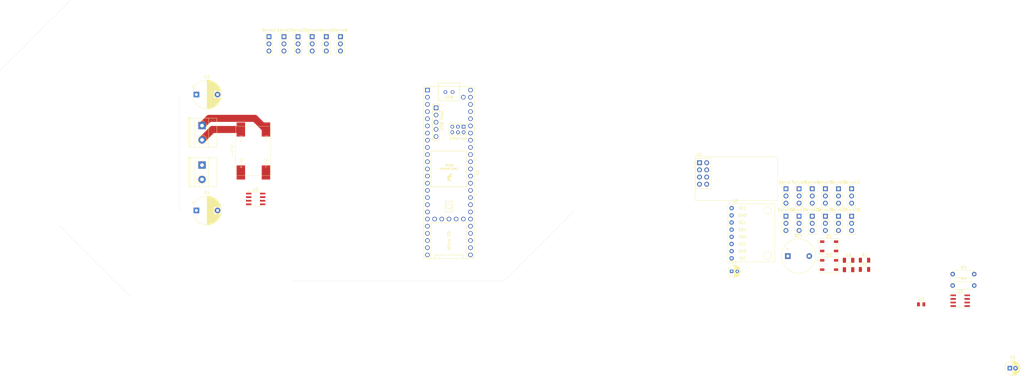
<source format=kicad_pcb>
(kicad_pcb (version 20240108) (generator "pcbnew") (generator_version "8.0")
  (layers (0 "F.Cu" signal "Signal") (1 "In1.Cu" power "Ground") (2 "In2.Cu" power "Power") (31 "B.Cu" signal "Back") (34 "B.Paste" user) (35 "F.Paste" user) (36 "B.SilkS" user "B.Silkscreen") (37 "F.SilkS" user "F.Silkscreen") (38 "B.Mask" user) (39 "F.Mask" user) (44 "Edge.Cuts" user))
  (net 0 "")
  (net 1 "GND")
  (net 2 "VIN")
  (net 3 "Buzzer")
  (net 4 "+5V")
  (net 6 "LED1")
  (net 8 "LED2")
  (net 9 "SDA")
  (net 10 "+3.3V")
  (net 11 "SCL")
  (net 12 "S1")
  (net 13 "S7")
  (net 14 "S13")
  (net 15 "S2")
  (net 16 "S8")
  (net 17 "S14")
  (net 18 "S3")
  (net 19 "S9")
  (net 20 "S15")
  (net 21 "S4")
  (net 22 "S10")
  (net 23 "S16")
  (net 24 "S5")
  (net 25 "S11")
  (net 26 "S17")
  (net 27 "S6")
  (net 28 "S12")
  (net 29 "S18")
  (net 30 "MISO")
  (net 32 "CSN")
  (net 33 "SCK")
  (net 34 "MOSI")
  (net 43 "VD Reading")
  (net 44 "Current Reading")
  (net 51 "CE")
  (net 55 "Net-(U5-IP--Pad3)")
  (net 57 "Net-(U5-IP+-Pad1)")
  (net 61 "Net-(U3-FILTER)")
  (footprint "Connector_PinHeader_2.54mm:PinHeader_1x03_P2.54mm_Vertical" (layer "F.Cu") (at 307.9875 102.41)
    (property "Reference" "Servo12" (at 0 -2.33 0) (layer "F.SilkS"))
    (property "Value" "Conn_01x03_Pin")
    (pad "1" thru_hole rect (at 0 0) (size 1.7 1.7) (drill 1) (layers "*.Cu" "*.Mask") (net 1 "GND"))
    (pad "2" thru_hole oval (at 0 2.54) (size 1.7 1.7) (drill 1) (layers "*.Cu" "*.Mask") (net 2 "VIN"))
    (pad "3" thru_hole oval (at 0 5.08) (size 1.7 1.7) (drill 1) (layers "*.Cu" "*.Mask") (net 23 "S16"))
  )
  (footprint "Connector_PinHeader_2.54mm:PinHeader_1x03_P2.54mm_Vertical" (layer "F.Cu") (at 117 48.475)
    (property "Reference" "Servo4" (at 0 -2.33 0) (layer "F.SilkS"))
    (property "Value" "Conn_01x03_Pin" (hide yes))
    (pad "1" thru_hole rect (at 0 0) (size 1.7 1.7) (drill 1) (layers "*.Cu" "*.Mask") (net 1 "GND"))
    (pad "2" thru_hole oval (at 0 2.54) (size 1.7 1.7) (drill 1) (layers "*.Cu" "*.Mask") (net 2 "VIN"))
    (pad "3" thru_hole oval (at 0 5.08) (size 1.7 1.7) (drill 1) (layers "*.Cu" "*.Mask") (net 15 "S2"))
  )
  (footprint "Connector_PinHeader_2.54mm:PinHeader_1x03_P2.54mm_Vertical" (layer "F.Cu") (at 289.3875 112.11)
    (property "Reference" "Servo14" (at 0 -2.33 0) (layer "F.SilkS"))
    (property "Value" "Conn_01x03_Pin")
    (pad "1" thru_hole rect (at 0 0) (size 1.7 1.7) (drill 1) (layers "*.Cu" "*.Mask") (net 1 "GND"))
    (pad "2" thru_hole oval (at 0 2.54) (size 1.7 1.7) (drill 1) (layers "*.Cu" "*.Mask") (net 2 "VIN"))
    (pad "3" thru_hole oval (at 0 5.08) (size 1.7 1.7) (drill 1) (layers "*.Cu" "*.Mask") (net 25 "S11"))
  )
  (footprint "Connector_PinHeader_2.54mm:PinHeader_1x03_P2.54mm_Vertical" (layer "F.Cu") (at 294.0375 102.41)
    (property "Reference" "Servo9" (at 0 -2.33 0) (layer "F.SilkS"))
    (property "Value" "Conn_01x03_Pin")
    (pad "1" thru_hole rect (at 0 0) (size 1.7 1.7) (drill 1) (layers "*.Cu" "*.Mask") (net 1 "GND"))
    (pad "2" thru_hole oval (at 0 2.54) (size 1.7 1.7) (drill 1) (layers "*.Cu" "*.Mask") (net 2 "VIN"))
    (pad "3" thru_hole oval (at 0 5.08) (size 1.7 1.7) (drill 1) (layers "*.Cu" "*.Mask") (net 20 "S15"))
  )
  (footprint "Buzzer_Beeper:Buzzer_12x9.5RM7.6" (layer "F.Cu") (at 285.3875 126.26)
    (property "Reference" "BZ1" (at 3.8 -7.2 0) (layer "F.SilkS"))
    (property "Value" "Buzzer")
    (fp_text user "+" (at -0.01 -2.54 0) (layer "F.SilkS"))
    (pad "1" thru_hole rect (at 0 0) (size 2 2) (drill 1) (layers "*.Cu" "*.Mask") (net 3 "Buzzer"))
    (pad "2" thru_hole circle (at 7.6 0) (size 2 2) (drill 1) (layers "*.Cu" "*.Mask") (net 1 "GND"))
  )
  (footprint "Arduino Library:Buck Converter 5V MP1584EN" (layer "F.Cu") (at 87.934 89 -90)
    (property "Reference" "REF**" (at 0 -0.5 -90) (layer "F.SilkS") (effects (font (thickness 0.1))))
    (property "Value" "Buck Converter 5V MP1584EN")
    (fp_text user "Out-" (at 2.408183 -12.107308 -90) (layer "F.SilkS") (effects (font (thickness 0.1)) (justify left bottom)))
    (fp_text user "In+" (at -5.648261 -3.351351 -90) (layer "F.SilkS") (effects (font (thickness 0.1)) (justify left bottom)))
    (fp_text user "In-" (at -5.648261 -12.227914 -90) (layer "F.SilkS") (effects (font (thickness 0.1)) (justify left bottom)))
    (fp_text user "Out+" (at 2.480546 -3.375472 -90) (layer "F.SilkS") (effects (font (thickness 0.1)) (justify left bottom)))
    (pad "1" connect rect (at -7.62 -3.81 90) (size 5 3) (layers "F.Cu" "F.Mask") (net 2 "VIN"))
    (pad "2" connect rect (at -7.62 -12.7 90) (size 5 3) (layers "F.Cu" "F.Mask") (net 1 "GND"))
    (pad "3" connect rect (at 7.62 -3.81 90) (size 5 3) (layers "F.Cu" "F.Mask") (net 4 "+5V"))
    (pad "4" connect rect (at 7.62 -12.7 90) (size 5 3) (layers "F.Cu" "F.Mask") (net 1 "GND"))
  )
  (footprint "TerminalBlock_Phoenix:TerminalBlock_Phoenix_MKDS-1,5-2-5.08_1x02_P5.08mm_Horizontal" (layer "F.Cu") (at 78 80 -90)
    (property "Reference" "J1" (hide yes))
    (property "Value" "Battery" (hide yes))
    (pad "1" thru_hole rect (at 0 0 270) (size 2.6 2.6) (drill 1.3) (layers "*.Cu" "*.Mask") (net 1 "GND"))
    (pad "2" thru_hole circle (at 5.08 0 270) (size 2.6 2.6) (drill 1.3) (layers "*.Cu" "*.Mask") (net 2 "VIN"))
  )
  (footprint "LED_SMD:LED_WS2812B_PLCC4_5.0x5.0mm_P3.2mm" (layer "F.Cu") (at 300.0225 129.415)
    (property "Reference" "D2" (at 0 -3.5 0) (layer "F.SilkS"))
    (property "Value" "WS2812B")
    (fp_text user "1" (at -4 -1.6 0) (layer "F.SilkS") (effects (font (size 0.8 0.8))))
    (pad "1" smd roundrect (at -2.45 -1.65) (size 1.5 0.9) (layers "F.Cu" "F.Paste" "F.Mask") (roundrect_rratio 0.1) (net 4 "+5V"))
    (pad "2" smd roundrect (at -2.45 1.65) (size 1.5 0.9) (layers "F.Cu" "F.Paste" "F.Mask") (roundrect_rratio 0.1))
    (pad "3" smd roundrect (at 2.45 1.65) (size 1.5 0.9) (layers "F.Cu" "F.Paste" "F.Mask") (roundrect_rratio 0.1) (net 1 "GND"))
    (pad "4" smd roundrect (at 2.45 -1.65) (size 1.5 0.9) (layers "F.Cu" "F.Paste" "F.Mask") (roundrect_rratio 0.1) (net 8 "LED2"))
  )
  (footprint "Resistor_THT:R_Axial_DIN0207_L6.3mm_D2.5mm_P7.62mm_Horizontal" (layer "F.Cu") (at 343.760225 136.7)
    (property "Reference" "R4" (at 3.81 -2.37 0) (layer "F.SilkS"))
    (property "Value" "100kΩ")
    (pad "1" thru_hole circle (at 0 0) (size 1.6 1.6) (drill 0.8) (layers "*.Cu" "*.Mask") (net 43 "VD Reading"))
    (pad "2" thru_hole oval (at 7.62 0) (size 1.6 1.6) (drill 0.8) (layers "*.Cu" "*.Mask") (net 2 "VIN"))
  )
  (footprint "Capacitor_SMD:C_1206_3216Metric" (layer "F.Cu") (at 306.9075 131.09)
    (property "Reference" "C7" (at 0 -1.85 0) (layer "F.SilkS"))
    (property "Value" "104 0.1μF")
    (pad "1" smd roundrect (at -1.475 0) (size 1.15 1.8) (layers "F.Cu" "F.Paste" "F.Mask") (roundrect_rratio 0.217391) (net 4 "+5V"))
    (pad "2" smd roundrect (at 1.475 0) (size 1.15 1.8) (layers "F.Cu" "F.Paste" "F.Mask") (roundrect_rratio 0.217391) (net 1 "GND"))
  )
  (footprint "Connector_PinHeader_2.54mm:PinHeader_1x03_P2.54mm_Vertical" (layer "F.Cu") (at 101.7 48.475)
    (property "Reference" "Servo1" (at 0 -2.33 0) (layer "F.SilkS"))
    (property "Value" "Conn_01x03_Pin" (hide yes))
    (pad "1" thru_hole rect (at 0 0) (size 1.7 1.7) (drill 1) (layers "*.Cu" "*.Mask") (net 1 "GND"))
    (pad "2" thru_hole oval (at 0 2.54) (size 1.7 1.7) (drill 1) (layers "*.Cu" "*.Mask") (net 2 "VIN"))
    (pad "3" thru_hole oval (at 0 5.08) (size 1.7 1.7) (drill 1) (layers "*.Cu" "*.Mask") (net 12 "S1"))
  )
  (footprint "Capacitor_THT:CP_Radial_D10.0mm_P7.50mm" (layer "F.Cu") (at 76 110.08)
    (property "Reference" "C4" (at 3.75 -6.25 0) (layer "F.SilkS"))
    (property "Value" "16V 1mF")
    (pad "1" thru_hole rect (at 0 0) (size 2 2) (drill 1) (layers "*.Cu" "*.Mask") (net 2 "VIN"))
    (pad "2" thru_hole circle (at 7.5 0) (size 2 2) (drill 1) (layers "*.Cu" "*.Mask") (net 1 "GND"))
  )
  (footprint "Resistor_SMD:R_1206_3216Metric" (layer "F.Cu") (at 312.5375 127.71)
    (property "Reference" "R1" (at 0 -1.82 0) (layer "F.SilkS"))
    (property "Value" "4.7kΩ")
    (pad "1" smd roundrect (at -1.4625 0) (size 1.125 1.75) (layers "F.Cu" "F.Paste" "F.Mask") (roundrect_rratio 0.222222) (net 10 "+3.3V"))
    (pad "2" smd roundrect (at 1.4625 0) (size 1.125 1.75) (layers "F.Cu" "F.Paste" "F.Mask") (roundrect_rratio 0.222222) (net 9 "SDA"))
  )
  (footprint "Connector_PinHeader_2.54mm:PinHeader_1x03_P2.54mm_Vertical" (layer "F.Cu") (at 298.6875 102.41)
    (property "Reference" "Servo10" (at 0 -2.33 0) (layer "F.SilkS"))
    (property "Value" "Conn_01x03_Pin")
    (pad "1" thru_hole rect (at 0 0) (size 1.7 1.7) (drill 1) (layers "*.Cu" "*.Mask") (net 1 "GND"))
    (pad "2" thru_hole oval (at 0 2.54) (size 1.7 1.7) (drill 1) (layers "*.Cu" "*.Mask") (net 2 "VIN"))
    (pad "3" thru_hole oval (at 0 5.08) (size 1.7 1.7) (drill 1) (layers "*.Cu" "*.Mask") (net 21 "S4"))
  )
  (footprint "Connector_PinHeader_2.54mm:PinHeader_1x03_P2.54mm_Vertical" (layer "F.Cu") (at 107 48.475)
    (property "Reference" "Servo2" (at 0 -2.33 0) (layer "F.SilkS"))
    (property "Value" "Conn_01x03_Pin" (hide yes))
    (pad "1" thru_hole rect (at 0 0) (size 1.7 1.7) (drill 1) (layers "*.Cu" "*.Mask") (net 1 "GND"))
    (pad "2" thru_hole oval (at 0 2.54) (size 1.7 1.7) (drill 1) (layers "*.Cu" "*.Mask") (net 2 "VIN"))
    (pad "3" thru_hole oval (at 0 5.08) (size 1.7 1.7) (drill 1) (layers "*.Cu" "*.Mask") (net 13 "S7"))
  )
  (footprint "Connector_PinHeader_2.54mm:PinHeader_1x03_P2.54mm_Vertical" (layer "F.Cu") (at 284.7375 112.11)
    (property "Reference" "Servo13" (at 0 -2.33 0) (layer "F.SilkS"))
    (property "Value" "Conn_01x03_Pin")
    (pad "1" thru_hole rect (at 0 0) (size 1.7 1.7) (drill 1) (layers "*.Cu" "*.Mask") (net 1 "GND"))
    (pad "2" thru_hole oval (at 0 2.54) (size 1.7 1.7) (drill 1) (layers "*.Cu" "*.Mask") (net 2 "VIN"))
    (pad "3" thru_hole oval (at 0 5.08) (size 1.7 1.7) (drill 1) (layers "*.Cu" "*.Mask") (net 24 "S5"))
  )
  (footprint "Package_SO:SOIC-8_3.9x4.9mm_P1.27mm" (layer "F.Cu") (at 346.410225 142.08)
    (property "Reference" "U3" (at 0 -3.4 0) (layer "F.SilkS"))
    (property "Value" "ACS712xLCTR-05B")
    (pad "1" smd roundrect (at -2.475 -1.905) (size 1.95 0.6) (layers "F.Cu" "F.Paste" "F.Mask") (net 2 "VIN"))
    (pad "2" smd roundrect (at -2.475 -0.635) (size 1.95 0.6) (layers "F.Cu" "F.Paste" "F.Mask") (net 2 "VIN"))
    (pad "3" smd roundrect (at -2.475 0.635) (size 1.95 0.6) (layers "F.Cu" "F.Paste" "F.Mask") (net 2 "VIN"))
    (pad "4" smd roundrect (at -2.475 1.905) (size 1.95 0.6) (layers "F.Cu" "F.Paste" "F.Mask") (net 2 "VIN"))
    (pad "5" smd roundrect (at 2.475 1.905) (size 1.95 0.6) (layers "F.Cu" "F.Paste" "F.Mask") (net 1 "GND"))
    (pad "6" smd roundrect (at 2.475 0.635) (size 1.95 0.6) (layers "F.Cu" "F.Paste" "F.Mask") (net 61 "Net-(U3-FILTER)"))
    (pad "7" smd roundrect (at 2.475 -0.635) (size 1.95 0.6) (layers "F.Cu" "F.Paste" "F.Mask") (net 44 "Current Reading"))
    (pad "8" smd roundrect (at 2.475 -1.905) (size 1.95 0.6) (layers "F.Cu" "F.Paste" "F.Mask") (net 4 "+5V"))
  )
  (footprint "Connector_PinHeader_2.54mm:PinHeader_1x03_P2.54mm_Vertical" (layer "F.Cu") (at 289.3875 102.41)
    (property "Reference" "Servo8" (at 0 -2.33 0) (layer "F.SilkS"))
    (property "Value" "Conn_01x03_Pin")
    (pad "1" thru_hole rect (at 0 0) (size 1.7 1.7) (drill 1) (layers "*.Cu" "*.Mask") (net 1 "GND"))
    (pad "2" thru_hole oval (at 0 2.54) (size 1.7 1.7) (drill 1) (layers "*.Cu" "*.Mask") (net 2 "VIN"))
    (pad "3" thru_hole oval (at 0 5.08) (size 1.7 1.7) (drill 1) (layers "*.Cu" "*.Mask") (net 19 "S9"))
  )
  (footprint "usini_sensors:module_mpu6050" (layer "F.Cu") (at 265.4925 127.049)
    (property "Reference" "U2" (at 1.27 -20.32 0) (layer "F.SilkS"))
    (property "Value" "MPU6050")
    (fp_text user "XCL" (at 3.81 -5.08 0) (layer "F.SilkS"))
    (fp_text user "VCC" (at 3.81 -17.78 0) (layer "F.SilkS"))
    (fp_text user "XDA" (at 3.81 -7.62 0) (layer "F.SilkS"))
    (fp_text user "SDA" (at 3.81 -10.16 0) (layer "F.SilkS"))
    (fp_text user "ADD" (at 3.81 -2.54 0) (layer "F.SilkS"))
    (fp_text user "SCL" (at 3.81 -12.7 0) (layer "F.SilkS"))
    (fp_text user "GND" (at 3.81 -15.24 0) (layer "F.SilkS"))
    (fp_text user "INT" (at 3.81 0 0) (layer "F.SilkS"))
    (pad "1" thru_hole circle (at 0 -17.78) (size 1.524 1.524) (drill 0.762) (layers "*.Cu" "*.Mask") (net 10 "+3.3V"))
    (pad "2" thru_hole circle (at 0 -15.24) (size 1.524 1.524) (drill 0.762) (layers "*.Cu" "*.Mask") (net 1 "GND"))
    (pad "3" thru_hole circle (at 0 -12.7) (size 1.524 1.524) (drill 0.762) (layers "*.Cu" "*.Mask") (net 11 "SCL"))
    (pad "4" thru_hole circle (at 0 -10.16) (size 1.524 1.524) (drill 0.762) (layers "*.Cu" "*.Mask") (net 9 "SDA"))
    (pad "5" thru_hole circle (at 0 -7.62) (size 1.524 1.524) (drill 0.762) (layers "*.Cu" "*.Mask"))
    (pad "6" thru_hole circle (at 0 -5.08) (size 1.524 1.524) (drill 0.762) (layers "*.Cu" "*.Mask"))
    (pad "7" thru_hole circle (at 0 -2.54) (size 1.524 1.524) (drill 0.762) (layers "*.Cu" "*.Mask"))
    (pad "8" thru_hole circle (at 0 0) (size 1.524 1.524) (drill 0.762) (layers "*.Cu" "*.Mask"))
  )
  (footprint "Capacitor_SMD:C_0805_2012Metric" (layer "F.Cu") (at 332.600225 143.37)
    (property "Reference" "C3" (at 0 -1.68 0) (layer "F.SilkS"))
    (property "Value" "102 1nf")
    (pad "1" smd roundrect (at -0.95 0) (size 1 1.45) (layers "F.Cu" "F.Paste" "F.Mask") (net 61 "Net-(U3-FILTER)"))
    (pad "2" smd roundrect (at 0.95 0) (size 1 1.45) (layers "F.Cu" "F.Paste" "F.Mask") (net 1 "GND"))
  )
  (footprint "Connector_PinHeader_2.54mm:PinHeader_1x03_P2.54mm_Vertical" (layer "F.Cu") (at 112 48.475)
    (property "Reference" "Servo3" (at 0 -2.33 0) (layer "F.SilkS"))
    (property "Value" "Conn_01x03_Pin" (hide yes))
    (pad "1" thru_hole rect (at 0 0) (size 1.7 1.7) (drill 1) (layers "*.Cu" "*.Mask") (net 1 "GND"))
    (pad "2" thru_hole oval (at 0 2.54) (size 1.7 1.7) (drill 1) (layers "*.Cu" "*.Mask") (net 2 "VIN"))
    (pad "3" thru_hole oval (at 0 5.08) (size 1.7 1.7) (drill 1) (layers "*.Cu" "*.Mask") (net 14 "S13"))
  )
  (footprint "Connector_PinHeader_2.54mm:PinHeader_1x03_P2.54mm_Vertical" (layer "F.Cu") (at 127 48.475)
    (property "Reference" "Servo6" (at 0 -2.33 0) (layer "F.SilkS"))
    (property "Value" "Conn_01x03_Pin" (hide yes))
    (pad "1" thru_hole rect (at 0 0) (size 1.7 1.7) (drill 1) (layers "*.Cu" "*.Mask") (net 1 "GND"))
    (pad "2" thru_hole oval (at 0 2.54) (size 1.7 1.7) (drill 1) (layers "*.Cu" "*.Mask") (net 2 "VIN"))
    (pad "3" thru_hole oval (at 0 5.08) (size 1.7 1.7) (drill 1) (layers "*.Cu" "*.Mask") (net 17 "S14"))
  )
  (footprint "Connector_PinHeader_2.54mm:PinHeader_1x03_P2.54mm_Vertical" (layer "F.Cu") (at 298.6875 112.11)
    (property "Reference" "Servo16" (at 0 -2.33 0) (layer "F.SilkS"))
    (property "Value" "Conn_01x03_Pin")
    (pad "1" thru_hole rect (at 0 0) (size 1.7 1.7) (drill 1) (layers "*.Cu" "*.Mask") (net 1 "GND"))
    (pad "2" thru_hole oval (at 0 2.54) (size 1.7 1.7) (drill 1) (layers "*.Cu" "*.Mask") (net 2 "VIN"))
    (pad "3" thru_hole oval (at 0 5.08) (size 1.7 1.7) (drill 1) (layers "*.Cu" "*.Mask") (net 27 "S6"))
  )
  (footprint "Connector_PinHeader_2.54mm:PinHeader_1x03_P2.54mm_Vertical" (layer "F.Cu") (at 284.7375 102.41)
    (property "Reference" "Servo7" (at 0 -2.33 0) (layer "F.SilkS"))
    (property "Value" "Conn_01x03_Pin")
    (pad "1" thru_hole rect (at 0 0) (size 1.7 1.7) (drill 1) (layers "*.Cu" "*.Mask") (net 1 "GND"))
    (pad "2" thru_hole oval (at 0 2.54) (size 1.7 1.7) (drill 1) (layers "*.Cu" "*.Mask") (net 2 "VIN"))
    (pad "3" thru_hole oval (at 0 5.08) (size 1.7 1.7) (drill 1) (layers "*.Cu" "*.Mask") (net 18 "S3"))
  )
  (footprint "Connector_PinHeader_2.54mm:PinHeader_1x03_P2.54mm_Vertical" (layer "F.Cu") (at 122 48.475)
    (property "Reference" "Servo5" (at 0 -2.33 0) (layer "F.SilkS"))
    (property "Value" "Conn_01x03_Pin" (hide yes))
    (pad "1" thru_hole rect (at 0 0) (size 1.7 1.7) (drill 1) (layers "*.Cu" "*.Mask") (net 1 "GND"))
    (pad "2" thru_hole oval (at 0 2.54) (size 1.7 1.7) (drill 1) (layers "*.Cu" "*.Mask") (net 2 "VIN"))
    (pad "3" thru_hole oval (at 0 5.08) (size 1.7 1.7) (drill 1) (layers "*.Cu" "*.Mask") (net 16 "S8"))
  )
  (footprint "teensy:Teensy41" (layer "F.Cu") (at 165.43 96.62 -90)
    (property "Reference" "U4" (at 0 -10.16 90) (layer "F.SilkS"))
    (property "Value" "Teensy 4.1")
    (fp_text user "Ethernet" (at -12.065 -3.2766 0) (layer "F.SilkS"))
    (fp_text user "Micro SD" (at 24.13 0 90) (layer "F.SilkS"))
    (fp_text user "DVJ6A" (at -2.54 -0.18 360) (layer "F.SilkS") (effects (font (size 0.7 0.7))))
    (fp_text user "USB" (at -26.67 0 360) (layer "F.SilkS"))
    (fp_text user "USB Host" (at -18.4658 2.4892 90) (layer "F.SilkS"))
    (fp_text user "MIMXRT1062" (at -1.27 0 360) (layer "F.SilkS") (effects (font (size 0.7 0.7))))
    (pad "1" thru_hole rect (at -29.21 7.62 270) (size 1.6 1.6) (drill 1.1) (layers "*.Cu" "*.Mask") (net 15 "S2"))
    (pad "2" thru_hole circle (at -26.67 7.62 270) (size 1.6 1.6) (drill 1.1) (layers "*.Cu" "*.Mask") (net 18 "S3"))
    (pad "3" thru_hole circle (at -24.13 7.62 270) (size 1.6 1.6) (drill 1.1) (layers "*.Cu" "*.Mask") (net 21 "S4"))
    (pad "4" thru_hole circle (at -21.59 7.62 270) (size 1.6 1.6) (drill 1.1) (layers "*.Cu" "*.Mask") (net 24 "S5"))
    (pad "5" thru_hole circle (at -19.05 7.62 270) (size 1.6 1.6) (drill 1.1) (layers "*.Cu" "*.Mask") (net 27 "S6"))
    (pad "6" thru_hole circle (at -16.51 7.62 270) (size 1.6 1.6) (drill 1.1) (layers "*.Cu" "*.Mask") (net 13 "S7"))
    (pad "7" thru_hole circle (at -13.97 7.62 270) (size 1.6 1.6) (drill 1.1) (layers "*.Cu" "*.Mask") (net 16 "S8"))
    (pad "8" thru_hole circle (at -11.43 7.62 270) (size 1.6 1.6) (drill 1.1) (layers "*.Cu" "*.Mask") (net 19 "S9"))
    (pad "9" thru_hole circle (at -8.89 7.62 270) (size 1.6 1.6) (drill 1.1) (layers "*.Cu" "*.Mask") (net 22 "S10"))
    (pad "10" thru_hole circle (at -6.35 7.62 270) (size 1.6 1.6) (drill 1.1) (layers "*.Cu" "*.Mask") (net 6 "LED1"))
    (pad "11" thru_hole circle (at -3.81 7.62 270) (size 1.6 1.6) (drill 1.1) (layers "*.Cu" "*.Mask") (net 34 "MOSI"))
    (pad "12" thru_hole circle (at -1.27 7.62 270) (size 1.6 1.6) (drill 1.1) (layers "*.Cu" "*.Mask") (net 30 "MISO"))
    (pad "13" thru_hole circle (at 1.27 7.62 270) (size 1.6 1.6) (drill 1.1) (layers "*.Cu" "*.Mask") (net 33 "SCK"))
    (pad "14" thru_hole circle (at 3.81 7.62 270) (size 1.6 1.6) (drill 1.1) (layers "*.Cu" "*.Mask") (net 23 "S16"))
    (pad "15" thru_hole circle (at 6.35 7.62 270) (size 1.6 1.6) (drill 1.1) (layers "*.Cu" "*.Mask") (net 20 "S15"))
    (pad "16" thru_hole circle (at 8.89 7.62 270) (size 1.6 1.6) (drill 1.1) (layers "*.Cu" "*.Mask") (net 44 "Current Reading"))
    (pad "17" thru_hole circle (at 11.43 7.62 270) (size 1.6 1.6) (drill 1.1) (layers "*.Cu" "*.Mask") (net 3 "Buzzer"))
    (pad "18" thru_hole circle (at 13.97 7.62 270) (size 1.6 1.6) (drill 1.1) (layers "*.Cu" "*.Mask") (net 9 "SDA"))
    (pad "19" thru_hole circle (at 16.51 7.62 270) (size 1.6 1.6) (drill 1.1) (layers "*.Cu" "*.Mask") (net 11 "SCL"))
    (pad "20" thru_hole circle (at 19.05 7.62 270) (size 1.6 1.6) (drill 1.1) (layers "*.Cu" "*.Mask") (net 43 "VD Reading"))
    (pad "21" thru_hole circle (at 21.59 7.62 270) (size 1.6 1.6) (drill 1.1) (layers "*.Cu" "*.Mask"))
    (pad "22" thru_hole circle (at 24.13 7.62 270) (size 1.6 1.6) (drill 1.1) (layers "*.Cu" "*.Mask") (net 14 "S13"))
    (pad "23" thru_hole circle (at 26.67 7.62 270) (size 1.6 1.6) (drill 1.1) (layers "*.Cu" "*.Mask") (net 17 "S14"))
    (pad "24" thru_hole circle (at 29.21 7.62 270) (size 1.6 1.6) (drill 1.1) (layers "*.Cu" "*.Mask") (net 25 "S11"))
    (pad "25" thru_hole circle (at 29.21 -7.62 270) (size 1.6 1.6) (drill 1.1) (layers "*.Cu" "*.Mask") (net 28 "S12"))
    (pad "26" thru_hole circle (at 26.67 -7.62 270) (size 1.6 1.6) (drill 1.1) (layers "*.Cu" "*.Mask") (net 51 "CE"))
    (pad "27" thru_hole circle (at 24.13 -7.62 270) (size 1.6 1.6) (drill 1.1) (layers "*.Cu" "*.Mask") (net 32 "CSN"))
    (pad "28" thru_hole circle (at 21.59 -7.62 270) (size 1.6 1.6) (drill 1.1) (layers "*.Cu" "*.Mask"))
    (pad "29" thru_hole circle (at 19.05 -7.62 270) (size 1.6 1.6) (drill 1.1) (layers "*.Cu" "*.Mask"))
    (pad "30" thru_hole circle (at 16.51 -7.62 270) (size 1.6 1.6) (drill 1.1) (layers "*.Cu" "*.Mask"))
    (pad "31" thru_hole circle (at 13.97 -7.62 270) (size 1.6 1.6) (drill 1.1) (layers "*.Cu" "*.Mask"))
    (pad "32" thru_hole circle (at 11.43 -7.62 270) (size 1.6 1.6) (drill 1.1) (layers "*.Cu" "*.Mask"))
    (pad "33" thru_hole circle (at 8.89 -7.62 270) (size 1.6 1.6) (drill 1.1) (layers "*.Cu" "*.Mask") (net 8 "LED2"))
    (pad "34" thru_hole circle (at 6.35 -7.62 270) (size 1.6 1.6) (drill 1.1) (layers "*.Cu" "*.Mask"))
    (pad "35" thru_hole circle (at 3.81 -7.62 270) (size 1.6 1.6) (drill 1.1) (layers "*.Cu" "*.Mask"))
    (pad "36" thru_hole circle (at 1.27 -7.62 270) (size 1.6 1.6) (drill 1.1) (layers "*.Cu" "*.Mask") (net 26 "S17"))
    (pad "37" thru_hole circle (at -1.27 -7.62 270) (size 1.6 1.6) (drill 1.1) (layers "*.Cu" "*.Mask") (net 29 "S18"))
    (pad "38" thru_hole circle (at -3.81 -7.62 270) (size 1.6 1.6) (drill 1.1) (layers "*.Cu" "*.Mask"))
    (pad "39" thru_hole circle (at -6.35 -7.62 270) (size 1.6 1.6) (drill 1.1) (layers "*.Cu" "*.Mask"))
    (pad "40" thru_hole circle (at -8.89 -7.62 270) (size 1.6 1.6) (drill 1.1) (layers "*.Cu" "*.Mask"))
    (pad "41" thru_hole circle (at -11.43 -7.62 270) (size 1.6 1.6) (drill 1.1) (layers "*.Cu" "*.Mask"))
    (pad "42" thru_hole circle (at -13.97 -7.62 270) (size 1.6 1.6) (drill 1.1) (layers "*.Cu" "*.Mask"))
    (pad "43" thru_hole circle (at -16.51 -7.62 270) (size 1.6 1.6) (drill 1.1) (layers "*.Cu" "*.Mask"))
    (pad "44" thru_hole circle (at -19.05 -7.62 270) (size 1.6 1.6) (drill 1.1) (layers "*.Cu" "*.Mask"))
    (pad "45" thru_hole circle (at -21.59 -7.62 270) (size 1.6 1.6) (drill 1.1) (layers "*.Cu" "*.Mask"))
    (pad "46" thru_hole circle (at -24.13 -7.62 270) (size 1.6 1.6) (drill 1.1) (layers "*.Cu" "*.Mask"))
    (pad "47" thru_hole circle (at -26.67 -7.62 270) (size 1.6 1.6) (drill 1.1) (layers "*.Cu" "*.Mask"))
    (pad "48" thru_hole circle (at -29.21 -7.62 270) (size 1.6 1.6) (drill 1.1) (layers "*.Cu" "*.Mask"))
    (pad "49" thru_hole circle (at -26.67 -5.08 270) (size 1.6 1.6) (drill 1.1) (layers "*.Cu" "*.Mask"))
    (pad "50" thru_hole circle (at 16.51 5.08 270) (size 1.6 1.6) (drill 1.1) (layers "*.Cu" "*.Mask"))
    (pad "51" thru_hole circle (at 16.51 2.54 270) (size 1.6 1.6) (drill 1.1) (layers "*.Cu" "*.Mask"))
    (pad "52" thru_hole circle (at 16.51 0 270) (size 1.6 1.6) (drill 1.1) (layers "*.Cu" "*.Mask"))
    (pad "53" thru_hole circle (at 16.51 -2.54 270) (size 1.6 1.6) (drill 1.1) (layers "*.Cu" "*.Mask"))
    (pad "54" thru_hole circle (at 16.51 -5.08 270) (size 1.6 1.6) (drill 1.1) (layers "*.Cu" "*.Mask"))
    (pad "55" thru_hole rect (at -22.9108 4.5692 270) (size 1.6 1.6) (drill 1.1) (layers "*.Cu" "*.Mask"))
    (pad "56" thru_hole circle (at -20.3708 4.5692 270) (size 1.6 1.6) (drill 1.1) (layers "*.Cu" "*.Mask"))
    (pad "57" thru_hole circle (at -17.8308 4.5692 270) (size 1.6 1.6) (drill 1.1) (layers "*.Cu" "*.Mask"))
    (pad "58" thru_hole circle (at -15.2908 4.5692 270) (size 1.6 1.6) (drill 1.1) (layers "*.Cu" "*.Mask"))
    (pad "59" thru_hole circle (at -12.7508 4.5692 270) (size 1.6 1.6) (drill 1.1) (layers "*.Cu" "*.Mask"))
    (pad "60" thru_hole rect (at -16.24 -5.1816 270) (size 1.3 1.3) (drill 0.8) (layers "*.Cu" "*.Mask"))
    (pad "61" thru_hole circle (at -16.24 -3.1816 270) (size 1.3 1.3) (drill 0.8) (layers "*.Cu" "*.Mask"))
    (pad "62" thru_hole circle (at -16.24 -1.1816 270) (size 1.3 1.3) (drill 0.8) (layers "*.Cu" "*.Mask"))
    (pad "63" thru_hole circle (at -14.24 -1.1816 270) (size 1.3 1.3) (drill 0.8) (layers "*.Cu" "*.Mask"))
    (pad "64" thru_hole circle (at -14.24 -3.1816 270) (size 1.3 1.3) (drill 0.8) (layers "*.Cu" "*.Mask"))
    (pad "65" thru_hole circle (at -14.24 -5.1816 270) (size 1.3 1.3) (drill 0.8) (layers "*.Cu" "*.Mask"))
    (pad "66" thru_hole circle (at -28.48 -1.27 270) (size 1.3 1.3) (drill 0.8) (layers "*.Cu" "*.Mask"))
    (pad "67" thru_hole circle (at -28.48 1.27 270) (size 1.3 1.3) (drill 0.8) (layers "*.Cu" "*.Mask"))
  )
  (footprint "Connector_PinHeader_2.54mm:PinHeader_1x03_P2.54mm_Vertical" (layer "F.Cu") (at 303.3375 102.41)
    (property "Reference" "Servo11" (at 0 -2.33 0) (layer "F.SilkS"))
    (property "Value" "Conn_01x03_Pin")
    (pad "1" thru_hole rect (at 0 0) (size 1.7 1.7) (drill 1) (layers "*.Cu" "*.Mask") (net 1 "GND"))
    (pad "2" thru_hole oval (at 0 2.54) (size 1.7 1.7) (drill 1) (layers "*.Cu" "*.Mask") (net 2 "VIN"))
    (pad "3" thru_hole oval (at 0 5.08) (size 1.7 1.7) (drill 1) (layers "*.Cu" "*.Mask") (net 22 "S10"))
  )
  (footprint "Connector_PinHeader_2.54mm:PinHeader_1x03_P2.54mm_Vertical" (layer "F.Cu") (at 303.3375 112.11)
    (property "Reference" "Servo17" (at 0 -2.33 0) (layer "F.SilkS"))
    (property "Value" "Conn_01x03_Pin")
    (pad "1" thru_hole rect (at 0 0) (size 1.7 1.7) (drill 1) (layers "*.Cu" "*.Mask") (net 1 "GND"))
    (pad "2" thru_hole oval (at 0 2.54) (size 1.7 1.7) (drill 1) (layers "*.Cu" "*.Mask") (net 2 "VIN"))
    (pad "3" thru_hole oval (at 0 5.08) (size 1.7 1.7) (drill 1) (layers "*.Cu" "*.Mask") (net 28 "S12"))
  )
  (footprint "Resistor_THT:R_Axial_DIN0207_L6.3mm_D2.5mm_P7.62mm_Horizontal" (layer "F.Cu") (at 343.760225 132.65)
    (property "Reference" "R3" (at 3.81 -2.37 0) (layer "F.SilkS"))
    (property "Value" "100kΩ")
    (pad "1" thru_hole circle (at 0 0) (size 1.6 1.6) (drill 0.8) (layers "*.Cu" "*.Mask") (net 1 "GND"))
    (pad "2" thru_hole oval (at 7.62 0) (size 1.6 1.6) (drill 0.8) (layers "*.Cu" "*.Mask") (net 43 "VD Reading"))
  )
  (footprint "Capacitor_THT:CP_Radial_D4.0mm_P2.00mm" (layer "F.Cu") (at 265.492301 131.65)
    (property "Reference" "C1" (at 1 -3.25 0) (layer "F.SilkS"))
    (property "Value" "16V 22μF")
    (pad "1" thru_hole rect (at 0 0) (size 1.2 1.2) (drill 0.6) (layers "*.Cu" "*.Mask") (net 4 "+5V"))
    (pad "2" thru_hole circle (at 2 0) (size 1.2 1.2) (drill 0.6) (layers "*.Cu" "*.Mask") (net 1 "GND"))
  )
  (footprint "RF_Module:nRF24L01_Breakout" (layer "F.Cu") (at 254.1385 93.16)
    (property "Reference" "U1" (at 0 -3 0) (layer "F.SilkS"))
    (property "Value" "NRF24L01_Breakout")
    (pad "1" thru_hole rect (at 0 0) (size 1.7 1.7) (drill 1) (layers "*.Cu" "*.Mask") (net 1 "GND"))
    (pad "2" thru_hole circle (at 2.54 0) (size 1.7 1.7) (drill 1) (layers "*.Cu" "*.Mask") (net 4 "+5V"))
    (pad "3" thru_hole circle (at 0 2.54) (size 1.7 1.7) (drill 1) (layers "*.Cu" "*.Mask"))
    (pad "4" thru_hole circle (at 2.54 2.54) (size 1.7 1.7) (drill 1) (layers "*.Cu" "*.Mask") (net 32 "CSN"))
    (pad "5" thru_hole circle (at 0 5.08) (size 1.7 1.7) (drill 1) (layers "*.Cu" "*.Mask") (net 33 "SCK"))
    (pad "6" thru_hole circle (at 2.54 5.08) (size 1.7 1.7) (drill 1) (layers "*.Cu" "*.Mask") (net 34 "MOSI"))
    (pad "7" thru_hole circle (at 0 7.62) (size 1.7 1.7) (drill 1) (layers "*.Cu" "*.Mask") (net 30 "MISO"))
    (pad "8" thru_hole circle (at 2.54 7.62) (size 1.7 1.7) (drill 1) (layers "*.Cu" "*.Mask"))
  )
  (footprint "Capacitor_THT:CP_Radial_D5.0mm_P2.00mm" (layer "F.Cu") (at 364 166)
    (property "Reference" "C5" (at 1 -3.75 0) (layer "F.SilkS"))
    (property "Value" "50V 0.1μF")
    (pad "1" thru_hole rect (at 0 0) (size 1.6 1.6) (drill 0.8) (layers "*.Cu" "*.Mask") (net 1 "GND"))
    (pad "2" thru_hole circle (at 2 0) (size 1.6 1.6) (drill 0.8) (layers "*.Cu" "*.Mask") (net 4 "+5V"))
  )
  (footprint "Connector_PinHeader_2.54mm:PinHeader_1x03_P2.54mm_Vertical" (layer "F.Cu") (at 294.0375 112.11)
    (property "Reference" "Servo15" (at 0 -2.33 0) (layer "F.SilkS"))
    (property "Value" "Conn_01x03_Pin")
    (pad "1" thru_hole rect (at 0 0) (size 1.7 1.7) (drill 1) (layers "*.Cu" "*.Mask") (net 1 "GND"))
    (pad "2" thru_hole oval (at 0 2.54) (size 1.7 1.7) (drill 1) (layers "*.Cu" "*.Mask") (net 2 "VIN"))
    (pad "3" thru_hole oval (at 0 5.08) (size 1.7 1.7) (drill 1) (layers "*.Cu" "*.Mask") (net 26 "S17"))
  )
  (footprint "TerminalBlock_Phoenix:TerminalBlock_Phoenix_MKDS-1,5-2-5.08_1x02_P5.08mm_Horizontal" (layer "F.Cu") (at 78 94 -90)
    (property "Reference" "J1" (hide yes))
    (property "Value" "Battery" (hide yes))
    (pad "1" thru_hole rect (at 0 0 270) (size 2.6 2.6) (drill 1.3) (layers "*.Cu" "*.Mask") (net 2 "VIN"))
    (pad "2" thru_hole circle (at 5.08 0 270) (size 2.6 2.6) (drill 1.3) (layers "*.Cu" "*.Mask") (net 2 "VIN"))
  )
  (footprint "Package_SO:SOIC-8_3.9x4.9mm_P1.27mm" (layer "F.Cu") (at 97 106)
    (property "Reference" "U5" (at 0 -3.4 0) (layer "F.SilkS"))
    (property "Value" "ACS712xLCTR-05B")
    (pad "1" smd roundrect (at -2.475 -1.905) (size 1.95 0.6) (layers "F.Cu" "F.Paste" "F.Mask") (net 57 "Net-(U5-IP+-Pad1)"))
    (pad "2" smd roundrect (at -2.475 -0.635) (size 1.95 0.6) (layers "F.Cu" "F.Paste" "F.Mask") (net 57 "Net-(U5-IP+-Pad1)"))
    (pad "3" smd roundrect (at -2.475 0.635) (size 1.95 0.6) (layers "F.Cu" "F.Paste" "F.Mask") (net 55 "Net-(U5-IP--Pad3)"))
    (pad "4" smd roundrect (at -2.475 1.905) (size 1.95 0.6) (layers "F.Cu" "F.Paste" "F.Mask") (net 55 "Net-(U5-IP--Pad3)"))
    (pad "5" smd roundrect (at 2.475 1.905) (size 1.95 0.6) (layers "F.Cu" "F.Paste" "F.Mask"))
    (pad "6" smd roundrect (at 2.475 0.635) (size 1.95 0.6) (layers "F.Cu" "F.Paste" "F.Mask"))
    (pad "7" smd roundrect (at 2.475 -0.635) (size 1.95 0.6) (layers "F.Cu" "F.Paste" "F.Mask"))
    (pad "8" smd roundrect (at 2.475 -1.905) (size 1.95 0.6) (layers "F.Cu" "F.Paste" "F.Mask"))
  )
  (footprint "Connector_PinHeader_2.54mm:PinHeader_1x03_P2.54mm_Vertical" (layer "F.Cu") (at 307.9875 112.11)
    (property "Reference" "Servo18" (at 0 -2.33 0) (layer "F.SilkS"))
    (property "Value" "Conn_01x03_Pin")
    (pad "1" thru_hole rect (at 0 0) (size 1.7 1.7) (drill 1) (layers "*.Cu" "*.Mask") (net 1 "GND"))
    (pad "2" thru_hole oval (at 0 2.54) (size 1.7 1.7) (drill 1) (layers "*.Cu" "*.Mask") (net 2 "VIN"))
    (pad "3" thru_hole oval (at 0 5.08) (size 1.7 1.7) (drill 1) (layers "*.Cu" "*.Mask") (net 29 "S18"))
  )
  (footprint "Capacitor_THT:CP_Radial_D10.0mm_P7.50mm" (layer "F.Cu") (at 76 69)
    (property "Reference" "C2" (at 3.75 -6.25 0) (layer "F.SilkS"))
    (property "Value" "16V 1000uF")
    (pad "1" thru_hole rect (at 0 0) (size 2 2) (drill 1) (layers "*.Cu" "*.Mask") (net 2 "VIN"))
    (pad "2" thru_hole circle (at 7.5 0) (size 2 2) (drill 1) (layers "*.Cu" "*.Mask") (net 1 "GND"))
  )
  (footprint "LED_SMD:LED_WS2812B_PLCC4_5.0x5.0mm_P3.2mm" (layer "F.Cu") (at 300.0225 122.795)
    (property "Reference" "D1" (at 0 -3.5 0) (layer "F.SilkS"))
    (property "Value" "WS2812B")
    (fp_text user "1" (at -4 -1.6 0) (layer "F.SilkS") (effects (font (size 0.8 0.8))))
    (pad "1" smd roundrect (at -2.45 -1.65) (size 1.5 0.9) (layers "F.Cu" "F.Paste" "F.Mask") (roundrect_rratio 0.1) (net 4 "+5V"))
    (pad "2" smd roundrect (at -2.45 1.65) (size 1.5 0.9) (layers "F.Cu" "F.Paste" "F.Mask") (roundrect_rratio 0.1))
    (pad "3" smd roundrect (at 2.45 1.65) (size 1.5 0.9) (layers "F.Cu" "F.Paste" "F.Mask") (roundrect_rratio 0.1) (net 1 "GND"))
    (pad "4" smd roundrect (at 2.45 -1.65) (size 1.5 0.9) (layers "F.Cu" "F.Paste" "F.Mask") (roundrect_rratio 0.1) (net 6 "LED1"))
  )
  (footprint "Resistor_SMD:R_1206_3216Metric" (layer "F.Cu") (at 312.5375 131)
    (property "Reference" "R2" (at 0 -1.82 0) (layer "F.SilkS"))
    (property "Value" "4.7kΩ")
    (pad "1" smd roundrect (at -1.4625 0) (size 1.125 1.75) (layers "F.Cu" "F.Paste" "F.Mask") (roundrect_rratio 0.222222) (net 11 "SCL"))
    (pad "2" smd roundrect (at 1.4625 0) (size 1.125 1.75) (layers "F.Cu" "F.Paste" "F.Mask") (roundrect_rratio 0.222222) (net 10 "+3.3V"))
  )
  (footprint "Capacitor_SMD:C_1206_3216Metric" (layer "F.Cu") (at 306.9075 127.74)
    (property "Reference" "C6" (at 0 -1.85 0) (layer "F.SilkS"))
    (property "Value" "104 0.1μF")
    (pad "1" smd roundrect (at -1.475 0) (size 1.15 1.8) (layers "F.Cu" "F.Paste" "F.Mask") (roundrect_rratio 0.217391) (net 4 "+5V"))
    (pad "2" smd roundrect (at 1.475 0) (size 1.15 1.8) (layers "F.Cu" "F.Paste" "F.Mask") (roundrect_rratio 0.217391) (net 1 "GND"))
  )
  (gr_line (start 52.5 140.5) (end 27.5 115.5) (stroke (width 0.05)) (layer "Edge.Cuts"))
  (gr_line (start 185 135) (end 210 110) (stroke (width 0.05)) (layer "Edge.Cuts"))
  (gr_line (start 6.5 60.5) (end 31.5 35.5) (stroke (width 0.05)) (layer "Edge.Cuts"))
  (gr_line (start 110 135) (end 185 135) (stroke (width 0.05)) (layer "Edge.Cuts"))
  (gr_line (start 70 110) (end 70 70) (stroke (width 0.05)) (layer "Edge.Cuts"))
  (segment (start 80.52 77.43) (end 96.684 77.43) (width 2.5) (layer "F.Cu") (net 1))
  (segment (start 78 79.95) (end 80.52 77.43) (width 2.5) (layer "F.Cu") (net 1))
  (segment (start 96.684 77.43) (end 100.634 81.38) (width 2.5) (layer "F.Cu") (net 1))
  (segment (start 81.65 81.38) (end 78 85.03) (width 2.5) (layer "F.Cu") (net 2))
  (segment (start 91.744 81.38) (end 81.65 81.38) (width 2.5) (layer "F.Cu") (net 2))
)
</source>
